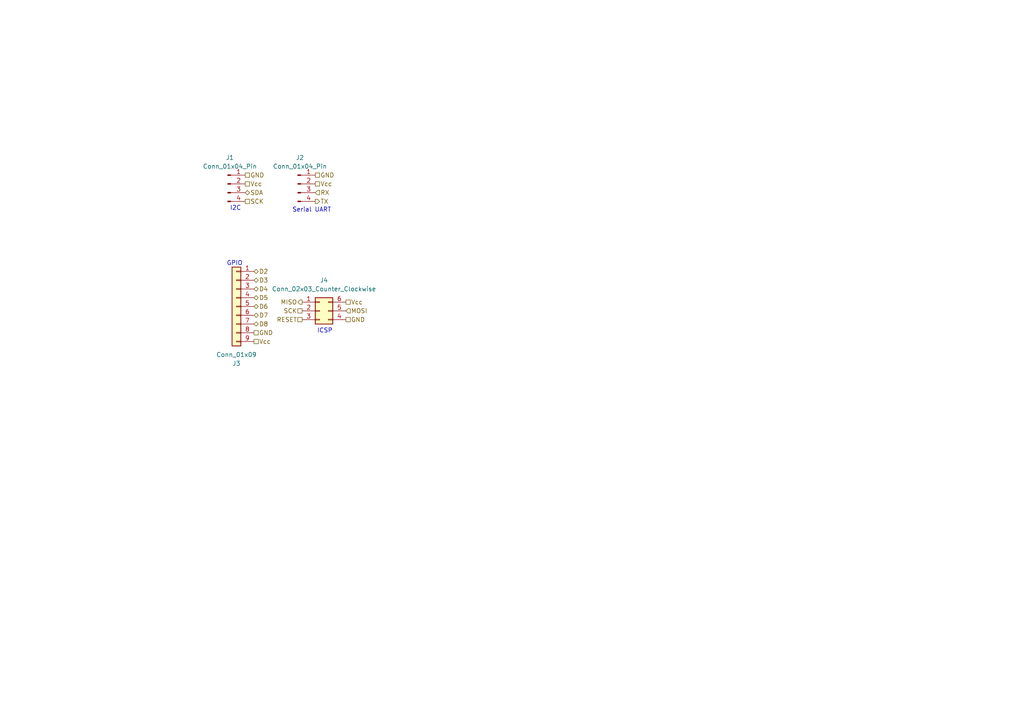
<source format=kicad_sch>
(kicad_sch (version 20231120) (generator "eeschema") (generator_version "8.0")
  (paper "A4")
  (lib_symbols
    (symbol "Connector:Conn_01x04_Pin" (pin_names (offset 1.016) hide)
      (property "Reference" "J" (at 0 5.08 0))
      (property "Value" "Conn_01x04_Pin" (at 0 -7.62 0))
      (symbol "Conn_01x04_Pin_1_1"
        (polyline (pts (xy 1.27 -5.08) (xy 0.8636 -5.08)) (stroke (width 0.1524)))
        (polyline (pts (xy 1.27 -2.54) (xy 0.8636 -2.54)) (stroke (width 0.1524)))
        (polyline (pts (xy 1.27 0) (xy 0.8636 0)) (stroke (width 0.1524)))
        (polyline (pts (xy 1.27 2.54) (xy 0.8636 2.54)) (stroke (width 0.1524)))
        (rectangle (start 0.8636 -4.953) (end 0 -5.207) (stroke (width 0.1524)) (fill (type outline)))
        (rectangle (start 0.8636 -2.413) (end 0 -2.667) (stroke (width 0.1524)) (fill (type outline)))
        (rectangle (start 0.8636 0.127) (end 0 -0.127) (stroke (width 0.1524)) (fill (type outline)))
        (rectangle (start 0.8636 2.667) (end 0 2.413) (stroke (width 0.1524)) (fill (type outline)))
        (pin passive line (at 5.08 2.54 180) (length 3.81) (name "Pin_1") (number "1"))
        (pin passive line (at 5.08 0 180) (length 3.81) (name "Pin_2") (number "2"))
        (pin passive line (at 5.08 -2.54 180) (length 3.81) (name "Pin_3") (number "3"))
        (pin passive line (at 5.08 -5.08 180) (length 3.81) (name "Pin_4") (number "4"))
      )
    )
    (symbol "Connector_Generic:Conn_01x09" (pin_names (offset 1.016) hide)
      (property "Reference" "J" (at 0 12.7 0))
      (property "Value" "Conn_01x09" (at 0 -12.7 0))
      (symbol "Conn_01x09_1_1"
        (rectangle (start -1.27 -10.033) (end 0 -10.287) (stroke (width 0.1524)))
        (rectangle (start -1.27 -7.493) (end 0 -7.747) (stroke (width 0.1524)))
        (rectangle (start -1.27 -4.953) (end 0 -5.207) (stroke (width 0.1524)))
        (rectangle (start -1.27 -2.413) (end 0 -2.667) (stroke (width 0.1524)))
        (rectangle (start -1.27 0.127) (end 0 -0.127) (stroke (width 0.1524)))
        (rectangle (start -1.27 2.667) (end 0 2.413) (stroke (width 0.1524)))
        (rectangle (start -1.27 5.207) (end 0 4.953) (stroke (width 0.1524)))
        (rectangle (start -1.27 7.747) (end 0 7.493) (stroke (width 0.1524)))
        (rectangle (start -1.27 10.287) (end 0 10.033) (stroke (width 0.1524)))
        (rectangle (start -1.27 11.43) (end 1.27 -11.43) (stroke (width 0.254)) (fill (type background)))
        (pin passive line (at -5.08 10.16 0) (length 3.81) (name "Pin_1") (number "1"))
        (pin passive line (at -5.08 7.62 0) (length 3.81) (name "Pin_2") (number "2"))
        (pin passive line (at -5.08 5.08 0) (length 3.81) (name "Pin_3") (number "3"))
        (pin passive line (at -5.08 2.54 0) (length 3.81) (name "Pin_4") (number "4"))
        (pin passive line (at -5.08 0 0) (length 3.81) (name "Pin_5") (number "5"))
        (pin passive line (at -5.08 -2.54 0) (length 3.81) (name "Pin_6") (number "6"))
        (pin passive line (at -5.08 -5.08 0) (length 3.81) (name "Pin_7") (number "7"))
        (pin passive line (at -5.08 -7.62 0) (length 3.81) (name "Pin_8") (number "8"))
        (pin passive line (at -5.08 -10.16 0) (length 3.81) (name "Pin_9") (number "9"))
      )
    )
    (symbol "Connector_Generic:Conn_02x03_Counter_Clockwise" (pin_names (offset 1.016) hide)
      (property "Reference" "J" (at 1.27 5.08 0))
      (property "Value" "Conn_02x03_Counter_Clockwise" (at 1.27 -5.08 0))
      (symbol "Conn_02x03_Counter_Clockwise_1_1"
        (rectangle (start -1.27 -2.413) (end 0 -2.667) (stroke (width 0.1524)))
        (rectangle (start -1.27 0.127) (end 0 -0.127) (stroke (width 0.1524)))
        (rectangle (start -1.27 2.667) (end 0 2.413) (stroke (width 0.1524)))
        (rectangle (start -1.27 3.81) (end 3.81 -3.81) (stroke (width 0.254)) (fill (type background)))
        (rectangle (start 3.81 -2.413) (end 2.54 -2.667) (stroke (width 0.1524)))
        (rectangle (start 3.81 0.127) (end 2.54 -0.127) (stroke (width 0.1524)))
        (rectangle (start 3.81 2.667) (end 2.54 2.413) (stroke (width 0.1524)))
        (pin passive line (at -5.08 2.54 0) (length 3.81) (name "Pin_1") (number "1"))
        (pin passive line (at -5.08 0 0) (length 3.81) (name "Pin_2") (number "2"))
        (pin passive line (at -5.08 -2.54 0) (length 3.81) (name "Pin_3") (number "3"))
        (pin passive line (at 7.62 -2.54 180) (length 3.81) (name "Pin_4") (number "4"))
        (pin passive line (at 7.62 0 180) (length 3.81) (name "Pin_5") (number "5"))
        (pin passive line (at 7.62 2.54 180) (length 3.81) (name "Pin_6") (number "6"))
      )
    )
  )
  (text "GPIO\n" (at 68.072 76.454 0) (effects (font (size 1.27 1.27))))
  (text "Serial UART\n" (at 90.424 60.96 0) (effects (font (size 1.27 1.27))))
  (text "I2C\n" (at 68.326 60.452 0) (effects (font (size 1.27 1.27))))
  (text "ICSP\n" (at 94.234 96.012 0) (effects (font (size 1.27 1.27))))
  (hierarchical_label "D7" (shape tri_state) (at 73.66 91.44 0))
  (hierarchical_label "D3" (shape tri_state) (at 73.66 81.28 0))
  (hierarchical_label "GND" (shape passive) (at 100.33 92.71 0))
  (hierarchical_label "GND" (shape passive) (at 73.66 96.52 0))
  (hierarchical_label "SDA" (shape tri_state) (at 71.12 55.88 0))
  (hierarchical_label "GND" (shape passive) (at 71.12 50.8 0))
  (hierarchical_label "Vcc" (shape passive) (at 73.66 99.06 0))
  (hierarchical_label "Vcc" (shape passive) (at 91.44 53.34 0))
  (hierarchical_label "RX" (shape input) (at 91.44 55.88 0))
  (hierarchical_label "GND" (shape passive) (at 91.44 50.8 0))
  (hierarchical_label "D8" (shape tri_state) (at 73.66 93.98 0))
  (hierarchical_label "RESET" (shape passive) (at 87.63 92.71 180))
  (hierarchical_label "SCK" (shape passive) (at 87.63 90.17 180))
  (hierarchical_label "D2" (shape tri_state) (at 73.66 78.74 0))
  (hierarchical_label "TX" (shape output) (at 91.44 58.42 0))
  (hierarchical_label "MISO" (shape output) (at 87.63 87.63 180))
  (hierarchical_label "MOSI" (shape input) (at 100.33 90.17 0))
  (hierarchical_label "SCK" (shape passive) (at 71.12 58.42 0))
  (hierarchical_label "D6" (shape tri_state) (at 73.66 88.9 0))
  (hierarchical_label "Vcc" (shape passive) (at 100.33 87.63 0))
  (hierarchical_label "Vcc" (shape passive) (at 71.12 53.34 0))
  (hierarchical_label "D4" (shape tri_state) (at 73.66 83.82 0))
  (hierarchical_label "D5" (shape tri_state) (at 73.66 86.36 0))
  (symbol (lib_id "Connector:Conn_01x04_Pin") (at 66.04 53.34 0) (unit 1)
    (property "Reference" "J1" (at 66.675 45.72 0))
    (property "Value" "Conn_01x04_Pin" (at 66.675 48.26 0))
    (property "Footprint" "Connector_PinHeader_2.54mm:PinHeader_1x04_P2.54mm_Vertical" (effects (hide yes)))
    (property "Description" "Generic connector, single row, 01x04, script generated" (effects (hide yes)))
    (property "Purpose" "I2C" (effects (hide yes)))
  )
  (symbol (lib_id "Connector_Generic:Conn_02x03_Counter_Clockwise") (at 92.71 90.17 0) (unit 1)
    (property "Reference" "J4" (at 93.98 81.28 0))
    (property "Value" "Conn_02x03_Counter_Clockwise" (at 93.98 83.82 0))
    (property "Footprint" "Connector_PinHeader_2.54mm:PinHeader_2x03_P2.54mm_Vertical" (effects (hide yes)))
    (property "Description" "Generic connector, double row, 02x03, counter clockwise pin numbering scheme (similar to DIP package numbering), script generated (kicad-library-utils/schlib/autogen/connector/)" (effects (hide yes)))
    (property "Purpose" "ICSP" (effects (hide yes)))
  )
  (symbol (lib_id "Connector_Generic:Conn_01x09") (at 68.58 88.9 0) (mirror y) (unit 1)
    (property "Reference" "J3" (at 68.58 105.41 0))
    (property "Value" "Conn_01x09" (at 68.58 102.87 0))
    (property "Footprint" "Connector_PinHeader_2.54mm:PinHeader_1x09_P2.54mm_Vertical" (effects (hide yes)))
    (property "Description" "Generic connector, single row, 01x09, script generated (kicad-library-utils/schlib/autogen/connector/)" (effects (hide yes)))
    (property "Purpose" "GPIO" (effects (hide yes)))
  )
  (symbol (lib_id "Connector:Conn_01x04_Pin") (at 86.36 53.34 0) (unit 1)
    (property "Reference" "J2" (at 86.995 45.72 0))
    (property "Value" "Conn_01x04_Pin" (at 86.995 48.26 0))
    (property "Footprint" "Connector_PinHeader_2.54mm:PinHeader_1x04_P2.54mm_Vertical" (effects (hide yes)))
    (property "Description" "Generic connector, single row, 01x04, script generated" (effects (hide yes)))
    (property "Purpose" "UART" (effects (hide yes)))
  )
)
</source>
